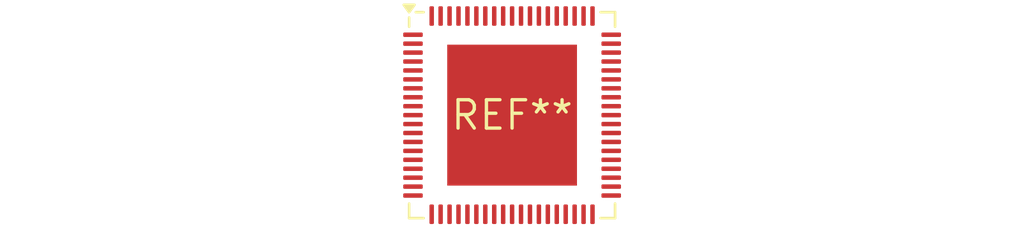
<source format=kicad_pcb>
(kicad_pcb (version 20240108) (generator pcbnew)
  (layers (0 "F.Cu" signal) (31 "B.Cu" signal) (34 "B.Paste" user) (35 "F.Paste" user) (36 "B.SilkS" user "B.Silkscreen") (37 "F.SilkS" user "F.Silkscreen") (38 "B.Mask" user) (39 "F.Mask" user) (44 "Edge.Cuts" user))
  (net 0 "")
  (footprint "QFN-76-1EP_9x9mm_P0.4mm_EP5.81x6.31mm" (layer "F.Cu") (at 0 0)
    (property "Reference" "REF**")
    (property "Value" "QFN-76-1EP_9x9mm_P0.4mm_EP5.81x6.31mm")
    (fp_line (start -4.61 -3.96) (end -4.61 -4.37) (layer "F.SilkS") (stroke (width 0.12)))
    (fp_line (start -4.61 4.61) (end -4.61 3.96) (layer "F.SilkS") (stroke (width 0.12)))
    (fp_line (start -3.96 -4.61) (end -4.31 -4.61) (layer "F.SilkS") (stroke (width 0.12)))
    (fp_line (start -3.96 4.61) (end -4.61 4.61) (layer "F.SilkS") (stroke (width 0.12)))
    (fp_line (start 3.96 -4.61) (end 4.61 -4.61) (layer "F.SilkS") (stroke (width 0.12)))
    (fp_line (start 3.96 4.61) (end 4.61 4.61) (layer "F.SilkS") (stroke (width 0.12)))
    (fp_line (start 4.61 -4.61) (end 4.61 -3.96) (layer "F.SilkS") (stroke (width 0.12)))
    (fp_line (start 4.61 4.61) (end 4.61 3.96) (layer "F.SilkS") (stroke (width 0.12)))
    (fp_poly (pts (xy -4.61 -4.61) (xy -4.85 -4.94) (xy -4.37 -4.94) (xy -4.61 -4.61)) (layer "F.SilkS") (stroke (width 0.12)) (fill solid))
    (pad "1" smd roundrect (at -4.4375 -3.6) (size 0.875 0.2) (layers "F.Cu" "F.Paste" "F.Mask"))
    (pad "2" smd roundrect (at -4.4375 -3.2) (size 0.875 0.2) (layers "F.Cu" "F.Paste" "F.Mask"))
    (pad "3" smd roundrect (at -4.4375 -2.8) (size 0.875 0.2) (layers "F.Cu" "F.Paste" "F.Mask"))
    (pad "4" smd roundrect (at -4.4375 -2.4) (size 0.875 0.2) (layers "F.Cu" "F.Paste" "F.Mask"))
    (pad "5" smd roundrect (at -4.4375 -2) (size 0.875 0.2) (layers "F.Cu" "F.Paste" "F.Mask"))
    (pad "6" smd roundrect (at -4.4375 -1.6) (size 0.875 0.2) (layers "F.Cu" "F.Paste" "F.Mask"))
    (pad "7" smd roundrect (at -4.4375 -1.2) (size 0.875 0.2) (layers "F.Cu" "F.Paste" "F.Mask"))
    (pad "8" smd roundrect (at -4.4375 -0.8) (size 0.875 0.2) (layers "F.Cu" "F.Paste" "F.Mask"))
    (pad "9" smd roundrect (at -4.4375 -0.4) (size 0.875 0.2) (layers "F.Cu" "F.Paste" "F.Mask"))
    (pad "10" smd roundrect (at -4.4375 0) (size 0.875 0.2) (layers "F.Cu" "F.Paste" "F.Mask"))
    (pad "11" smd roundrect (at -4.4375 0.4) (size 0.875 0.2) (layers "F.Cu" "F.Paste" "F.Mask"))
    (pad "12" smd roundrect (at -4.4375 0.8) (size 0.875 0.2) (layers "F.Cu" "F.Paste" "F.Mask"))
    (pad "13" smd roundrect (at -4.4375 1.2) (size 0.875 0.2) (layers "F.Cu" "F.Paste" "F.Mask"))
    (pad "14" smd roundrect (at -4.4375 1.6) (size 0.875 0.2) (layers "F.Cu" "F.Paste" "F.Mask"))
    (pad "15" smd roundrect (at -4.4375 2) (size 0.875 0.2) (layers "F.Cu" "F.Paste" "F.Mask"))
    (pad "16" smd roundrect (at -4.4375 2.4) (size 0.875 0.2) (layers "F.Cu" "F.Paste" "F.Mask"))
    (pad "17" smd roundrect (at -4.4375 2.8) (size 0.875 0.2) (layers "F.Cu" "F.Paste" "F.Mask"))
    (pad "18" smd roundrect (at -4.4375 3.2) (size 0.875 0.2) (layers "F.Cu" "F.Paste" "F.Mask"))
    (pad "19" smd roundrect (at -4.4375 3.6) (size 0.875 0.2) (layers "F.Cu" "F.Paste" "F.Mask"))
    (pad "20" smd roundrect (at -3.6 4.4375) (size 0.2 0.875) (layers "F.Cu" "F.Paste" "F.Mask"))
    (pad "21" smd roundrect (at -3.2 4.4375) (size 0.2 0.875) (layers "F.Cu" "F.Paste" "F.Mask"))
    (pad "22" smd roundrect (at -2.8 4.4375) (size 0.2 0.875) (layers "F.Cu" "F.Paste" "F.Mask"))
    (pad "23" smd roundrect (at -2.4 4.4375) (size 0.2 0.875) (layers "F.Cu" "F.Paste" "F.Mask"))
    (pad "24" smd roundrect (at -2 4.4375) (size 0.2 0.875) (layers "F.Cu" "F.Paste" "F.Mask"))
    (pad "25" smd roundrect (at -1.6 4.4375) (size 0.2 0.875) (layers "F.Cu" "F.Paste" "F.Mask"))
    (pad "26" smd roundrect (at -1.2 4.4375) (size 0.2 0.875) (layers "F.Cu" "F.Paste" "F.Mask"))
    (pad "27" smd roundrect (at -0.8 4.4375) (size 0.2 0.875) (layers "F.Cu" "F.Paste" "F.Mask"))
    (pad "28" smd roundrect (at -0.4 4.4375) (size 0.2 0.875) (layers "F.Cu" "F.Paste" "F.Mask"))
    (pad "29" smd roundrect (at 0 4.4375) (size 0.2 0.875) (layers "F.Cu" "F.Paste" "F.Mask"))
    (pad "30" smd roundrect (at 0.4 4.4375) (size 0.2 0.875) (layers "F.Cu" "F.Paste" "F.Mask"))
    (pad "31" smd roundrect (at 0.8 4.4375) (size 0.2 0.875) (layers "F.Cu" "F.Paste" "F.Mask"))
    (pad "32" smd roundrect (at 1.2 4.4375) (size 0.2 0.875) (layers "F.Cu" "F.Paste" "F.Mask"))
    (pad "33" smd roundrect (at 1.6 4.4375) (size 0.2 0.875) (layers "F.Cu" "F.Paste" "F.Mask"))
    (pad "34" smd roundrect (at 2 4.4375) (size 0.2 0.875) (layers "F.Cu" "F.Paste" "F.Mask"))
    (pad "35" smd roundrect (at 2.4 4.4375) (size 0.2 0.875) (layers "F.Cu" "F.Paste" "F.Mask"))
    (pad "36" smd roundrect (at 2.8 4.4375) (size 0.2 0.875) (layers "F.Cu" "F.Paste" "F.Mask"))
    (pad "37" smd roundrect (at 3.2 4.4375) (size 0.2 0.875) (layers "F.Cu" "F.Paste" "F.Mask"))
    (pad "38" smd roundrect (at 3.6 4.4375) (size 0.2 0.875) (layers "F.Cu" "F.Paste" "F.Mask"))
    (pad "39" smd roundrect (at 4.4375 3.6) (size 0.875 0.2) (layers "F.Cu" "F.Paste" "F.Mask"))
    (pad "40" smd roundrect (at 4.4375 3.2) (size 0.875 0.2) (layers "F.Cu" "F.Paste" "F.Mask"))
    (pad "41" smd roundrect (at 4.4375 2.8) (size 0.875 0.2) (layers "F.Cu" "F.Paste" "F.Mask"))
    (pad "42" smd roundrect (at 4.4375 2.4) (size 0.875 0.2) (layers "F.Cu" "F.Paste" "F.Mask"))
    (pad "43" smd roundrect (at 4.4375 2) (size 0.875 0.2) (layers "F.Cu" "F.Paste" "F.Mask"))
    (pad "44" smd roundrect (at 4.4375 1.6) (size 0.875 0.2) (layers "F.Cu" "F.Paste" "F.Mask"))
    (pad "45" smd roundrect (at 4.4375 1.2) (size 0.875 0.2) (layers "F.Cu" "F.Paste" "F.Mask"))
    (pad "46" smd roundrect (at 4.4375 0.8) (size 0.875 0.2) (layers "F.Cu" "F.Paste" "F.Mask"))
    (pad "47" smd roundrect (at 4.4375 0.4) (size 0.875 0.2) (layers "F.Cu" "F.Paste" "F.Mask"))
    (pad "48" smd roundrect (at 4.4375 0) (size 0.875 0.2) (layers "F.Cu" "F.Paste" "F.Mask"))
    (pad "49" smd roundrect (at 4.4375 -0.4) (size 0.875 0.2) (layers "F.Cu" "F.Paste" "F.Mask"))
    (pad "50" smd roundrect (at 4.4375 -0.8) (size 0.875 0.2) (layers "F.Cu" "F.Paste" "F.Mask"))
    (pad "51" smd roundrect (at 4.4375 -1.2) (size 0.875 0.2) (layers "F.Cu" "F.Paste" "F.Mask"))
    (pad "52" smd roundrect (at 4.4375 -1.6) (size 0.875 0.2) (layers "F.Cu" "F.Paste" "F.Mask"))
    (pad "53" smd roundrect (at 4.4375 -2) (size 0.875 0.2) (layers "F.Cu" "F.Paste" "F.Mask"))
    (pad "54" smd roundrect (at 4.4375 -2.4) (size 0.875 0.2) (layers "F.Cu" "F.Paste" "F.Mask"))
    (pad "55" smd roundrect (at 4.4375 -2.8) (size 0.875 0.2) (layers "F.Cu" "F.Paste" "F.Mask"))
    (pad "56" smd roundrect (at 4.4375 -3.2) (size 0.875 0.2) (layers "F.Cu" "F.Paste" "F.Mask"))
    (pad "57" smd roundrect (at 4.4375 -3.6) (size 0.875 0.2) (layers "F.Cu" "F.Paste" "F.Mask"))
    (pad "58" smd roundrect (at 3.6 -4.4375) (size 0.2 0.875) (layers "F.Cu" "F.Paste" "F.Mask"))
    (pad "59" smd roundrect (at 3.2 -4.4375) (size 0.2 0.875) (layers "F.Cu" "F.Paste" "F.Mask"))
    (pad "60" smd roundrect (at 2.8 -4.4375) (size 0.2 0.875) (layers "F.Cu" "F.Paste" "F.Mask"))
    (pad "61" smd roundrect (at 2.4 -4.4375) (size 0.2 0.875) (layers "F.Cu" "F.Paste" "F.Mask"))
    (pad "62" smd roundrect (at 2 -4.4375) (size 0.2 0.875) (layers "F.Cu" "F.Paste" "F.Mask"))
    (pad "63" smd roundrect (at 1.6 -4.4375) (size 0.2 0.875) (layers "F.Cu" "F.Paste" "F.Mask"))
    (pad "64" smd roundrect (at 1.2 -4.4375) (size 0.2 0.875) (layers "F.Cu" "F.Paste" "F.Mask"))
    (pad "65" smd roundrect (at 0.8 -4.4375) (size 0.2 0.875) (layers "F.Cu" "F.Paste" "F.Mask"))
    (pad "66" smd roundrect (at 0.4 -4.4375) (size 0.2 0.875) (layers "F.Cu" "F.Paste" "F.Mask"))
    (pad "67" smd roundrect (at 0 -4.4375) (size 0.2 0.875) (layers "F.Cu" "F.Paste" "F.Mask"))
    (pad "68" smd roundrect (at -0.4 -4.4375) (size 0.2 0.875) (layers "F.Cu" "F.Paste" "F.Mask"))
    (pad "69" smd roundrect (at -0.8 -4.4375) (size 0.2 0.875) (layers "F.Cu" "F.Paste" "F.Mask"))
    (pad "70" smd roundrect (at -1.2 -4.4375) (size 0.2 0.875) (layers "F.Cu" "F.Paste" "F.Mask"))
    (pad "71" smd roundrect (at -1.6 -4.4375) (size 0.2 0.875) (layers "F.Cu" "F.Paste" "F.Mask"))
    (pad "72" smd roundrect (at -2 -4.4375) (size 0.2 0.875) (layers "F.Cu" "F.Paste" "F.Mask"))
    (pad "73" smd roundrect (at -2.4 -4.4375) (size 0.2 0.875) (layers "F.Cu" "F.Paste" "F.Mask"))
    (pad "74" smd roundrect (at -2.8 -4.4375) (size 0.2 0.875) (layers "F.Cu" "F.Paste" "F.Mask"))
    (pad "75" smd roundrect (at -3.2 -4.4375) (size 0.2 0.875) (layers "F.Cu" "F.Paste" "F.Mask"))
    (pad "76" smd roundrect (at -3.6 -4.4375) (size 0.2 0.875) (layers "F.Cu" "F.Paste" "F.Mask"))
    (pad "77" smd rect (at 0 0) (size 5.81 6.31) (property pad_prop_heatsink) (layers "F.Cu" "F.Mask"))
  )
)
</source>
